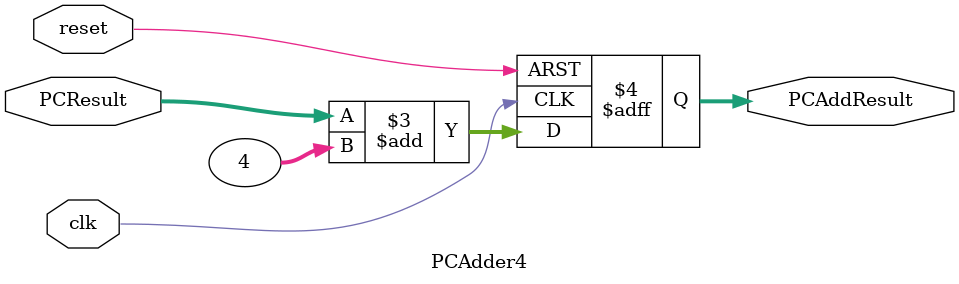
<source format=v>
module PCAdder4(PCResult, PCAddResult, clk, reset);

    input   [31:0]  PCResult;
    input reset, clk;

    output reg  [31:0]  PCAddResult;

    always @(posedge clk or negedge reset)
    begin
    	if (~reset)begin
    		PCAddResult <= 32'h00000000;
    	end
    	else begin
			PCAddResult <= PCResult + 32'h00000004;
    	end
    	
    end

endmodule
</source>
